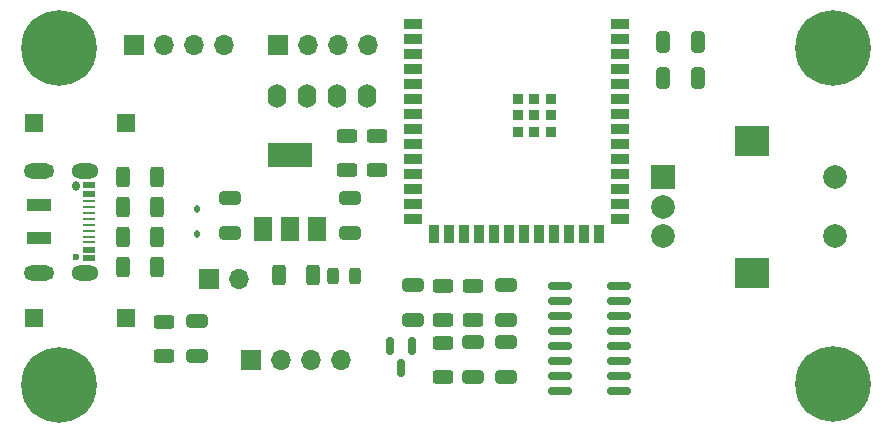
<source format=gbr>
%TF.GenerationSoftware,KiCad,Pcbnew,7.0.9-7.0.9~ubuntu22.04.1*%
%TF.CreationDate,2023-12-10T21:51:41+01:00*%
%TF.ProjectId,cat_scale,6361745f-7363-4616-9c65-2e6b69636164,rev?*%
%TF.SameCoordinates,Original*%
%TF.FileFunction,Soldermask,Bot*%
%TF.FilePolarity,Negative*%
%FSLAX46Y46*%
G04 Gerber Fmt 4.6, Leading zero omitted, Abs format (unit mm)*
G04 Created by KiCad (PCBNEW 7.0.9-7.0.9~ubuntu22.04.1) date 2023-12-10 21:51:41*
%MOMM*%
%LPD*%
G01*
G04 APERTURE LIST*
G04 Aperture macros list*
%AMRoundRect*
0 Rectangle with rounded corners*
0 $1 Rounding radius*
0 $2 $3 $4 $5 $6 $7 $8 $9 X,Y pos of 4 corners*
0 Add a 4 corners polygon primitive as box body*
4,1,4,$2,$3,$4,$5,$6,$7,$8,$9,$2,$3,0*
0 Add four circle primitives for the rounded corners*
1,1,$1+$1,$2,$3*
1,1,$1+$1,$4,$5*
1,1,$1+$1,$6,$7*
1,1,$1+$1,$8,$9*
0 Add four rect primitives between the rounded corners*
20,1,$1+$1,$2,$3,$4,$5,0*
20,1,$1+$1,$4,$5,$6,$7,0*
20,1,$1+$1,$6,$7,$8,$9,0*
20,1,$1+$1,$8,$9,$2,$3,0*%
G04 Aperture macros list end*
%ADD10C,6.400000*%
%ADD11O,1.600000X2.000000*%
%ADD12R,2.000000X2.000000*%
%ADD13C,2.000000*%
%ADD14R,3.000000X2.500000*%
%ADD15RoundRect,0.250000X-0.312500X-0.625000X0.312500X-0.625000X0.312500X0.625000X-0.312500X0.625000X0*%
%ADD16R,1.700000X1.700000*%
%ADD17O,1.700000X1.700000*%
%ADD18R,1.500000X0.900000*%
%ADD19R,0.900000X1.500000*%
%ADD20R,0.900000X0.900000*%
%ADD21RoundRect,0.150000X-0.850000X-0.150000X0.850000X-0.150000X0.850000X0.150000X-0.850000X0.150000X0*%
%ADD22RoundRect,0.250000X-0.625000X0.312500X-0.625000X-0.312500X0.625000X-0.312500X0.625000X0.312500X0*%
%ADD23RoundRect,0.250000X-0.650000X0.325000X-0.650000X-0.325000X0.650000X-0.325000X0.650000X0.325000X0*%
%ADD24RoundRect,0.250000X0.650000X-0.325000X0.650000X0.325000X-0.650000X0.325000X-0.650000X-0.325000X0*%
%ADD25R,1.500000X1.500000*%
%ADD26RoundRect,0.250000X0.625000X-0.312500X0.625000X0.312500X-0.625000X0.312500X-0.625000X-0.312500X0*%
%ADD27RoundRect,0.250000X0.312500X0.625000X-0.312500X0.625000X-0.312500X-0.625000X0.312500X-0.625000X0*%
%ADD28RoundRect,0.112500X0.112500X-0.187500X0.112500X0.187500X-0.112500X0.187500X-0.112500X-0.187500X0*%
%ADD29R,1.500000X2.000000*%
%ADD30R,3.800000X2.000000*%
%ADD31RoundRect,0.150000X-0.150000X0.587500X-0.150000X-0.587500X0.150000X-0.587500X0.150000X0.587500X0*%
%ADD32C,0.600000*%
%ADD33R,2.000000X1.000000*%
%ADD34O,0.600000X0.850000*%
%ADD35R,1.000000X0.520000*%
%ADD36R,1.000000X0.270000*%
%ADD37O,2.600000X1.300000*%
%ADD38O,2.300000X1.300000*%
%ADD39RoundRect,0.250000X0.325000X0.650000X-0.325000X0.650000X-0.325000X-0.650000X0.325000X-0.650000X0*%
%ADD40RoundRect,0.243750X0.243750X0.456250X-0.243750X0.456250X-0.243750X-0.456250X0.243750X-0.456250X0*%
G04 APERTURE END LIST*
D10*
%TO.C,H2*%
X192000000Y-108000000D03*
%TD*%
D11*
%TO.C,J5*%
X144924000Y-83554000D03*
X147464000Y-83554000D03*
X150004000Y-83554000D03*
X152544000Y-83554000D03*
%TD*%
D10*
%TO.C,H3*%
X126500000Y-79500000D03*
%TD*%
%TO.C,H1*%
X192000000Y-79500000D03*
%TD*%
D12*
%TO.C,SW3*%
X177662000Y-90464000D03*
D13*
X177662000Y-95464000D03*
X177662000Y-92964000D03*
D14*
X185162000Y-87364000D03*
X185162000Y-98564000D03*
D13*
X192162000Y-90464000D03*
X192162000Y-95464000D03*
%TD*%
D10*
%TO.C,H4*%
X126508000Y-108042000D03*
%TD*%
D15*
%TO.C,R3*%
X131887500Y-98044000D03*
X134812500Y-98044000D03*
%TD*%
D16*
%TO.C,J4*%
X142758000Y-105943000D03*
D17*
X145298000Y-105943000D03*
X147838000Y-105943000D03*
X150378000Y-105943000D03*
%TD*%
D18*
%TO.C,U1*%
X173998000Y-77494000D03*
X173998000Y-78764000D03*
X173998000Y-80034000D03*
X173998000Y-81304000D03*
X173998000Y-82574000D03*
X173998000Y-83844000D03*
X173998000Y-85114000D03*
X173998000Y-86384000D03*
X173998000Y-87654000D03*
X173998000Y-88924000D03*
X173998000Y-90194000D03*
X173998000Y-91464000D03*
X173998000Y-92734000D03*
X173998000Y-94004000D03*
D19*
X172233000Y-95254000D03*
X170963000Y-95254000D03*
X169693000Y-95254000D03*
X168423000Y-95254000D03*
X167153000Y-95254000D03*
X165883000Y-95254000D03*
X164613000Y-95254000D03*
X163343000Y-95254000D03*
X162073000Y-95254000D03*
X160803000Y-95254000D03*
X159533000Y-95254000D03*
X158263000Y-95254000D03*
D18*
X156498000Y-94004000D03*
X156498000Y-92734000D03*
X156498000Y-91464000D03*
X156498000Y-90194000D03*
X156498000Y-88924000D03*
X156498000Y-87654000D03*
X156498000Y-86384000D03*
X156498000Y-85114000D03*
X156498000Y-83844000D03*
X156498000Y-82574000D03*
X156498000Y-81304000D03*
X156498000Y-80034000D03*
X156498000Y-78764000D03*
X156498000Y-77494000D03*
D20*
X168148000Y-83814000D03*
X166748000Y-83814000D03*
X165348000Y-83814000D03*
X168148000Y-85214000D03*
X166748000Y-85214000D03*
X165348000Y-85214000D03*
X168148000Y-86614000D03*
X166748000Y-86614000D03*
X165348000Y-86614000D03*
%TD*%
D21*
%TO.C,U3*%
X168950000Y-108585000D03*
X168950000Y-107315000D03*
X168950000Y-106045000D03*
X168950000Y-104775000D03*
X168950000Y-103505000D03*
X168950000Y-102235000D03*
X168950000Y-100965000D03*
X168950000Y-99695000D03*
X173950000Y-99695000D03*
X173950000Y-100965000D03*
X173950000Y-102235000D03*
X173950000Y-103505000D03*
X173950000Y-104775000D03*
X173950000Y-106045000D03*
X173950000Y-107315000D03*
X173950000Y-108585000D03*
%TD*%
D22*
%TO.C,R9*%
X161544000Y-99629500D03*
X161544000Y-102554500D03*
%TD*%
D16*
%TO.C,J3*%
X145034000Y-79248000D03*
D17*
X147574000Y-79248000D03*
X150114000Y-79248000D03*
X152654000Y-79248000D03*
%TD*%
D23*
%TO.C,C9*%
X164338000Y-104443000D03*
X164338000Y-107393000D03*
%TD*%
D22*
%TO.C,R11*%
X150876000Y-86929500D03*
X150876000Y-89854500D03*
%TD*%
D24*
%TO.C,C8*%
X156464000Y-102567000D03*
X156464000Y-99617000D03*
%TD*%
D22*
%TO.C,R1*%
X135382000Y-102677500D03*
X135382000Y-105602500D03*
%TD*%
D23*
%TO.C,C5*%
X140970000Y-92251000D03*
X140970000Y-95201000D03*
%TD*%
D24*
%TO.C,C10*%
X164338000Y-102567000D03*
X164338000Y-99617000D03*
%TD*%
D25*
%TO.C,SW2*%
X124370000Y-85852000D03*
X132170000Y-85852000D03*
%TD*%
D23*
%TO.C,C7*%
X161544000Y-104443000D03*
X161544000Y-107393000D03*
%TD*%
D15*
%TO.C,R6*%
X131887500Y-92964000D03*
X134812500Y-92964000D03*
%TD*%
%TO.C,R5*%
X131887500Y-95504000D03*
X134812500Y-95504000D03*
%TD*%
%TO.C,R2*%
X131887500Y-90424000D03*
X134812500Y-90424000D03*
%TD*%
D26*
%TO.C,R8*%
X159004000Y-107380500D03*
X159004000Y-104455500D03*
%TD*%
D25*
%TO.C,SW1*%
X124370000Y-102362000D03*
X132170000Y-102362000D03*
%TD*%
D24*
%TO.C,C2*%
X138176000Y-105615000D03*
X138176000Y-102665000D03*
%TD*%
D16*
%TO.C,J6*%
X139187000Y-99060000D03*
D17*
X141727000Y-99060000D03*
%TD*%
D27*
%TO.C,R4*%
X148008500Y-98719000D03*
X145083500Y-98719000D03*
%TD*%
D22*
%TO.C,R12*%
X153416000Y-86929500D03*
X153416000Y-89854500D03*
%TD*%
D28*
%TO.C,D2*%
X138176000Y-95284000D03*
X138176000Y-93184000D03*
%TD*%
D22*
%TO.C,R7*%
X159004000Y-99629500D03*
X159004000Y-102554500D03*
%TD*%
D29*
%TO.C,U2*%
X148350000Y-94844000D03*
X146050000Y-94844000D03*
D30*
X146050000Y-88544000D03*
D29*
X143750000Y-94844000D03*
%TD*%
D31*
%TO.C,Q2*%
X154498000Y-104726500D03*
X156398000Y-104726500D03*
X155448000Y-106601500D03*
%TD*%
D32*
%TO.C,J1*%
X127934000Y-97234000D03*
D33*
X124834000Y-95634000D03*
X124834000Y-92834000D03*
D34*
X127934000Y-91234000D03*
D35*
X129034000Y-97334000D03*
X129034000Y-96584000D03*
D36*
X129034000Y-95984000D03*
X129034000Y-94484000D03*
X129034000Y-93484000D03*
X129034000Y-92484000D03*
D35*
X129034000Y-91884000D03*
X129034000Y-91134000D03*
X129034000Y-91134000D03*
X129034000Y-91884000D03*
D36*
X129034000Y-92984000D03*
X129034000Y-93984000D03*
X129034000Y-94984000D03*
X129034000Y-95484000D03*
D35*
X129034000Y-96584000D03*
X129034000Y-97334000D03*
D37*
X124834000Y-98554000D03*
D38*
X128659000Y-98554000D03*
D37*
X124834000Y-89914000D03*
D38*
X128659000Y-89914000D03*
%TD*%
D39*
%TO.C,C4*%
X180594000Y-78994000D03*
X177644000Y-78994000D03*
%TD*%
D16*
%TO.C,J2*%
X132852000Y-79248000D03*
D17*
X135392000Y-79248000D03*
X137932000Y-79248000D03*
X140472000Y-79248000D03*
%TD*%
D39*
%TO.C,C3*%
X180594000Y-82042000D03*
X177644000Y-82042000D03*
%TD*%
D40*
%TO.C,D1*%
X151559500Y-98806000D03*
X149684500Y-98806000D03*
%TD*%
D24*
%TO.C,C6*%
X151130000Y-95201000D03*
X151130000Y-92251000D03*
%TD*%
M02*

</source>
